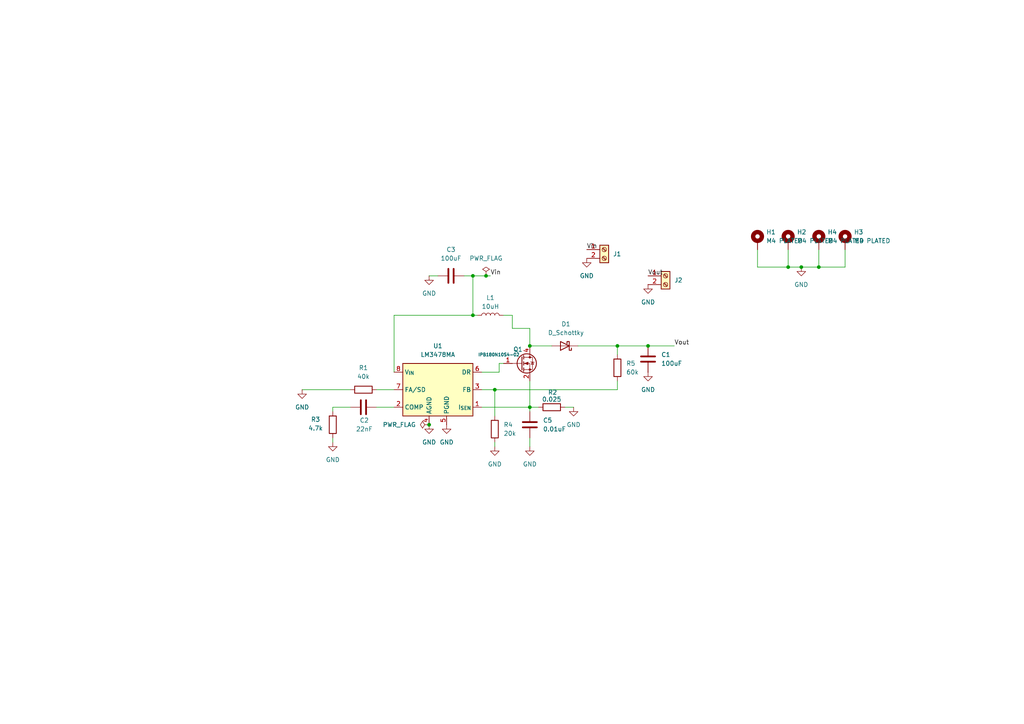
<source format=kicad_sch>
(kicad_sch (version 20250114) (generator "eeschema") (generator_version "9.0")
  (paper "A4")
  (lib_symbols
    (symbol "Device:C" (pin_numbers (hide yes)) (pin_names (offset 0.254))
      (property "Reference" "C" (at 0.635 2.54 0))
      (property "Value" "C" (at 0.635 -2.54 0))
      (symbol "C_0_1"
        (polyline (pts (xy -2.032 0.762) (xy 2.032 0.762)) (stroke (width 0.508)))
        (polyline (pts (xy -2.032 -0.762) (xy 2.032 -0.762)) (stroke (width 0.508)))
      )
      (symbol "C_1_1"
        (pin passive line (at 0 3.81 270) (length 2.794) (name "~") (number "1"))
        (pin passive line (at 0 -3.81 90) (length 2.794) (name "~") (number "2"))
      )
    )
    (symbol "Device:D_Schottky" (pin_numbers (hide yes)) (pin_names (offset 1.016) (hide yes))
      (property "Reference" "D" (at 0 2.54 0))
      (property "Value" "D_Schottky" (at 0 -2.54 0))
      (symbol "D_Schottky_0_1"
        (polyline (pts (xy -1.905 0.635) (xy -1.905 1.27) (xy -1.27 1.27) (xy -1.27 -1.27) (xy -0.635 -1.27) (xy -0.635 -0.635)) (stroke (width 0.254)))
        (polyline (pts (xy 1.27 1.27) (xy 1.27 -1.27) (xy -1.27 0) (xy 1.27 1.27)) (stroke (width 0.254)))
        (polyline (pts (xy 1.27 0) (xy -1.27 0)))
      )
      (symbol "D_Schottky_1_1"
        (pin passive line (at -3.81 0 0) (length 2.54) (name "K") (number "1"))
        (pin passive line (at 3.81 0 180) (length 2.54) (name "A") (number "2"))
      )
    )
    (symbol "Device:L" (pin_numbers (hide yes)) (pin_names (offset 1.016) (hide yes))
      (property "Reference" "L" (at -1.27 0 90))
      (property "Value" "L" (at 1.905 0 90))
      (symbol "L_0_1"
        (arc (start 0 2.54) (mid 0.6323 1.905) (end 0 1.27))
        (arc (start 0 1.27) (mid 0.6323 0.635) (end 0 0))
        (arc (start 0 0) (mid 0.6323 -0.635) (end 0 -1.27))
        (arc (start 0 -1.27) (mid 0.6323 -1.905) (end 0 -2.54))
      )
      (symbol "L_1_1"
        (pin passive line (at 0 3.81 270) (length 1.27) (name "1") (number "1"))
        (pin passive line (at 0 -3.81 90) (length 1.27) (name "2") (number "2"))
      )
    )
    (symbol "Regulator_Controller:LM3478MA"
      (property "Reference" "U" (at -9.525 8.89 0))
      (property "Value" "LM3478MA" (at 5.08 8.89 0))
      (symbol "LM3478MA_0_1"
        (rectangle (start -10.16 7.62) (end 10.16 -7.62) (stroke (width 0.254)) (fill (type background)))
      )
      (symbol "LM3478MA_1_1"
        (pin power_in line (at -12.7 5.08 0) (length 2.54) (name "V_{IN}") (number "8"))
        (pin input line (at -12.7 0 0) (length 2.54) (name "FA/SD") (number "7"))
        (pin input line (at -12.7 -5.08 0) (length 2.54) (name "COMP") (number "2"))
        (pin power_in line (at -2.54 -10.16 90) (length 2.54) (name "AGND") (number "4"))
        (pin power_in line (at 2.54 -10.16 90) (length 2.54) (name "PGND") (number "5"))
        (pin output line (at 12.7 5.08 180) (length 2.54) (name "DR") (number "6"))
        (pin input line (at 12.7 0 180) (length 2.54) (name "FB") (number "3"))
        (pin input line (at 12.7 -5.08 180) (length 2.54) (name "I_{SEN}") (number "1"))
      )
    )
    (symbol "Transistor_FET:IPB180N10S4-02" (pin_names (hide yes))
      (property "Reference" "Q" (at 5.08 1.905 0))
      (property "Value" "IPB180N10S4-02" (at 5.08 0 0))
      (symbol "IPB180N10S4-02_0_1"
        (polyline (pts (xy 0.254 1.905) (xy 0.254 -1.905)) (stroke (width 0.254)))
        (polyline (pts (xy 0.254 0) (xy -2.54 0)))
        (polyline (pts (xy 0.762 2.286) (xy 0.762 1.27)) (stroke (width 0.254)))
        (polyline (pts (xy 0.762 0.508) (xy 0.762 -0.508)) (stroke (width 0.254)))
        (polyline (pts (xy 0.762 -1.27) (xy 0.762 -2.286)) (stroke (width 0.254)))
        (polyline (pts (xy 0.762 -1.778) (xy 3.302 -1.778) (xy 3.302 1.778) (xy 0.762 1.778)))
        (polyline (pts (xy 1.016 0) (xy 2.032 0.381) (xy 2.032 -0.381) (xy 1.016 0)) (fill (type outline)))
        (circle (center 1.651 0) (radius 2.794) (stroke (width 0.254)))
        (polyline (pts (xy 2.54 2.54) (xy 2.54 1.778)))
        (circle (center 2.54 1.778) (radius 0.254) (fill (type outline)))
        (circle (center 2.54 -1.778) (radius 0.254) (fill (type outline)))
        (polyline (pts (xy 2.54 -2.54) (xy 2.54 0) (xy 0.762 0)))
        (polyline (pts (xy 2.794 0.508) (xy 2.921 0.381) (xy 3.683 0.381) (xy 3.81 0.254)))
        (polyline (pts (xy 3.302 0.381) (xy 2.921 -0.254) (xy 3.683 -0.254) (xy 3.302 0.381)))
      )
      (symbol "IPB180N10S4-02_1_1"
        (pin passive line (at -5.08 0 0) (length 2.54) (name "G") (number "1"))
        (pin passive line (at 2.54 5.08 270) (length 2.54) (name "D") (number "4"))
        (pin passive line (at 2.54 -5.08 90) (length 2.54) (name "S") (number "2"))
        (pin passive line (at 2.54 -5.08 90) (length 2.54) (hide yes) (name "S") (number "3"))
        (pin passive line (at 2.54 -5.08 90) (length 2.54) (hide yes) (name "S") (number "5"))
        (pin passive line (at 2.54 -5.08 90) (length 2.54) (hide yes) (name "S") (number "6"))
        (pin passive line (at 2.54 -5.08 90) (length 2.54) (hide yes) (name "S") (number "7"))
      )
    )
    (symbol "power:GND" (power) (pin_numbers (hide yes)) (pin_names (offset 0) (hide yes))
      (property "Value" "GND" (at 0 -3.81 0))
      (symbol "GND_0_1"
        (polyline (pts (xy 0 0) (xy 0 -1.27) (xy 1.27 -1.27) (xy 0 -2.54) (xy -1.27 -1.27) (xy 0 -1.27)))
      )
      (symbol "GND_1_1"
        (pin power_in line (at 0 0 270) (length 0) (name "~") (number "1"))
      )
    )
    (symbol "power:PWR_FLAG" (power) (pin_numbers (hide yes)) (pin_names (offset 0) (hide yes))
      (property "Value" "PWR_FLAG" (at 0 3.81 0))
      (symbol "PWR_FLAG_0_0"
        (pin power_out line (at 0 0 90) (length 0) (name "~") (number "1"))
      )
      (symbol "PWR_FLAG_0_1"
        (polyline (pts (xy 0 0) (xy 0 1.27) (xy -1.016 1.905) (xy 0 2.54) (xy 1.016 1.905) (xy 0 1.27)))
      )
    )
    (symbol "rsx_Capacitors:1u" (pin_numbers (hide yes)) (pin_names (offset 0.254))
      (property "Reference" "C" (at 0.635 2.54 0))
      (property "Value" "1u" (at 0.635 -2.54 0))
      (symbol "1u_0_1"
        (polyline (pts (xy -2.032 0.762) (xy 2.032 0.762)) (stroke (width 0.508)))
        (polyline (pts (xy -2.032 -0.762) (xy 2.032 -0.762)) (stroke (width 0.508)))
      )
      (symbol "1u_1_1"
        (pin passive line (at 0 3.81 270) (length 2.794) (name "~") (number "1"))
        (pin passive line (at 0 -3.81 90) (length 2.794) (name "~") (number "2"))
      )
    )
    (symbol "rsx_Resistors:0R00 1/10W" (pin_numbers (hide yes)) (pin_names (offset 0))
      (property "Reference" "R" (at 2.032 0 90))
      (property "Value" "0R00 1{slash}10W" (at 0 0 90))
      (symbol "0R00 1/10W_0_1"
        (rectangle (start -1.016 -2.54) (end 1.016 2.54) (stroke (width 0.254)))
      )
      (symbol "0R00 1/10W_1_1"
        (pin passive line (at 0 3.81 270) (length 1.27) (name "~") (number "1"))
        (pin passive line (at 0 -3.81 90) (length 1.27) (name "~") (number "2"))
      )
    )
    (symbol "rsx_header_screw:Screw_Terminal_2x5.08" (pin_names (offset 1.016) (hide yes))
      (property "Reference" "J" (at 0 2.54 0))
      (symbol "Screw_Terminal_2x5.08_1_1"
        (rectangle (start -1.27 1.27) (end 1.27 -3.81) (stroke (width 0.254)) (fill (type background)))
        (polyline (pts (xy -0.5334 0.3302) (xy 0.3302 -0.508)) (stroke (width 0.1524)))
        (polyline (pts (xy -0.5334 -2.2098) (xy 0.3302 -3.048)) (stroke (width 0.1524)))
        (polyline (pts (xy -0.3556 0.508) (xy 0.508 -0.3302)) (stroke (width 0.1524)))
        (polyline (pts (xy -0.3556 -2.032) (xy 0.508 -2.8702)) (stroke (width 0.1524)))
        (circle (center 0 0) (radius 0.635) (stroke (width 0.1524)))
        (circle (center 0 -2.54) (radius 0.635) (stroke (width 0.1524)))
        (pin passive line (at -5.08 0 0) (length 3.81) (name "Pin_1") (number "1"))
        (pin passive line (at -5.08 -2.54 0) (length 3.81) (name "Pin_2") (number "2"))
      )
    )
    (symbol "rsx_misc:M4 PLATED" (pin_numbers (hide yes)) (pin_names (offset 1.016) (hide yes)) (in_bom no)
      (property "Reference" "H" (at 0 6.35 0))
      (property "Value" "M4 PLATED" (at 0 4.445 0))
      (symbol "M4 PLATED_0_1"
        (circle (center 0 1.27) (radius 1.27) (stroke (width 1.27)))
      )
      (symbol "M4 PLATED_1_1"
        (pin input line (at 0 -2.54 90) (length 2.54) (name "1") (number "1"))
      )
    )
  )
  (junction (at 187.96 100.33))
  (junction (at 153.67 118.11))
  (junction (at 143.51 113.03))
  (junction (at 140.97 80.01))
  (junction (at 124.46 123.19))
  (junction (at 137.16 80.01))
  (junction (at 179.07 100.33))
  (junction (at 137.16 91.44))
  (junction (at 237.49 77.47))
  (junction (at 232.41 77.47))
  (junction (at 153.67 100.33))
  (junction (at 228.6 77.47))
  (wire (pts (xy 140.97 80.01) (xy 142.24 80.01)))
  (wire (pts (xy 153.67 118.11) (xy 153.67 119.38)))
  (wire (pts (xy 137.16 80.01) (xy 134.62 80.01)))
  (wire (pts (xy 228.6 72.39) (xy 228.6 77.47)))
  (wire (pts (xy 144.78 105.41) (xy 146.05 105.41)))
  (wire (pts (xy 167.64 100.33) (xy 179.07 100.33)))
  (wire (pts (xy 139.7 118.11) (xy 153.67 118.11)))
  (wire (pts (xy 163.83 118.11) (xy 166.37 118.11)))
  (wire (pts (xy 114.3 91.44) (xy 137.16 91.44)))
  (wire (pts (xy 153.67 127) (xy 153.67 129.54)))
  (wire (pts (xy 153.67 118.11) (xy 153.67 110.49)))
  (wire (pts (xy 153.67 100.33) (xy 160.02 100.33)))
  (wire (pts (xy 96.52 127) (xy 96.52 128.27)))
  (wire (pts (xy 143.51 128.27) (xy 143.51 129.54)))
  (wire (pts (xy 179.07 100.33) (xy 179.07 102.87)))
  (wire (pts (xy 124.46 80.01) (xy 127 80.01)))
  (wire (pts (xy 137.16 80.01) (xy 137.16 91.44)))
  (wire (pts (xy 137.16 80.01) (xy 140.97 80.01)))
  (wire (pts (xy 228.6 77.47) (xy 232.41 77.47)))
  (wire (pts (xy 143.51 113.03) (xy 179.07 113.03)))
  (wire (pts (xy 237.49 77.47) (xy 245.11 77.47)))
  (wire (pts (xy 144.78 105.41) (xy 144.78 107.95)))
  (wire (pts (xy 143.51 113.03) (xy 143.51 120.65)))
  (wire (pts (xy 187.96 100.33) (xy 195.58 100.33)))
  (wire (pts (xy 87.63 113.03) (xy 101.6 113.03)))
  (wire (pts (xy 96.52 118.11) (xy 101.6 118.11)))
  (wire (pts (xy 109.22 118.11) (xy 114.3 118.11)))
  (wire (pts (xy 114.3 107.95) (xy 114.3 91.44)))
  (wire (pts (xy 143.51 113.03) (xy 139.7 113.03)))
  (wire (pts (xy 109.22 113.03) (xy 114.3 113.03)))
  (wire (pts (xy 237.49 72.39) (xy 237.49 77.47)))
  (wire (pts (xy 146.05 91.44) (xy 148.59 91.44)))
  (wire (pts (xy 148.59 91.44) (xy 148.59 95.25)))
  (wire (pts (xy 153.67 100.33) (xy 153.67 95.25)))
  (wire (pts (xy 245.11 77.47) (xy 245.11 72.39)))
  (wire (pts (xy 232.41 77.47) (xy 237.49 77.47)))
  (wire (pts (xy 179.07 100.33) (xy 187.96 100.33)))
  (wire (pts (xy 148.59 95.25) (xy 153.67 95.25)))
  (wire (pts (xy 179.07 113.03) (xy 179.07 110.49)))
  (wire (pts (xy 137.16 91.44) (xy 138.43 91.44)))
  (wire (pts (xy 153.67 118.11) (xy 156.21 118.11)))
  (wire (pts (xy 96.52 118.11) (xy 96.52 119.38)))
  (wire (pts (xy 144.78 107.95) (xy 139.7 107.95)))
  (wire (pts (xy 219.71 77.47) (xy 228.6 77.47)))
  (wire (pts (xy 219.71 72.39) (xy 219.71 77.47)))
  (label "Vout" (at 187.96 80.01 0))
  (label "Vin" (at 142.24 80.01 0))
  (label "Vin" (at 170.18 72.39 0))
  (label "Vout" (at 195.58 100.33 0))
  (symbol (lib_id "power:GND") (at 87.63 113.03 0) (unit 1)
    (property "Reference" "#PWR04" (effects (hide yes)))
    (property "Value" "GND" (at 87.63 118.11 0))
    (property "Description" "Power symbol creates a global label with name \"GND\" , ground" (effects (hide yes)))
  )
  (symbol (lib_id "rsx_header_screw:Screw_Terminal_2x5.08") (at 193.04 80.01 0) (unit 1)
    (property "Reference" "J2" (at 195.58 81.2799 0) (effects (justify left)))
    (property "Value" "Screw_Terminal_2x5.08" (effects (hide yes)))
    (property "Footprint" "rsx_headers_screw:Molex_0398800302" (effects (hide yes)))
    (property "Description" "TERM BLK 2P SIDE ENT 5.08MM PCB" (effects (hide yes)))
    (property "MFR" "Molex" (effects (hide yes)))
    (property "DPN" "WM4393-ND" (effects (hide yes)))
    (property "MPN" "398800302" (effects (hide yes)))
  )
  (symbol (lib_id "power:PWR_FLAG") (at 140.97 80.01 0) (unit 1)
    (property "Reference" "#FLG02" (effects (hide yes)))
    (property "Value" "PWR_FLAG" (at 140.97 74.93 0))
    (property "Description" "Special symbol for telling ERC where power comes from" (effects (hide yes)))
  )
  (symbol (lib_id "rsx_Capacitors:1u") (at 105.41 118.11 90) (unit 1)
    (property "Reference" "C2" (at 105.664 121.92 90))
    (property "Value" "22nF" (at 105.664 124.46 90))
    (property "Footprint" "rsx_capacitors:C_0805_2012Metric" (effects (hide yes)))
    (property "Description" "CAP CER 1UF 50V X7R 0805" (effects (hide yes)))
    (property "MFR" "Samsung Electro-Mechanics" (effects (hide yes)))
    (property "DPN" "1276-1029-1-ND" (effects (hide yes)))
    (property "MPN" "CL21B105KBFNNNE" (effects (hide yes)))
  )
  (symbol (lib_id "power:GND") (at 153.67 129.54 0) (unit 1)
    (property "Reference" "#PWR03" (effects (hide yes)))
    (property "Value" "GND" (at 153.67 134.62 0))
    (property "Description" "Power symbol creates a global label with name \"GND\" , ground" (effects (hide yes)))
  )
  (symbol (lib_id "Device:L") (at 142.24 91.44 90) (unit 1)
    (property "Reference" "L1" (at 142.24 86.36 90))
    (property "Value" "10uH" (at 142.24 88.9 90))
    (property "Footprint" "Inductor_SMD:L_Coilcraft_MSS1260H-XXX" (effects (hide yes)))
    (property "Description" "Inductor" (effects (hide yes)))
  )
  (symbol (lib_id "rsx_Resistors:0R00 1/10W") (at 96.52 123.19 0) (unit 1)
    (property "Reference" "R3" (at 90.17 121.666 0) (effects (justify left)))
    (property "Value" "4.7k" (at 89.408 124.206 0) (effects (justify left)))
    (property "Footprint" "rsx_resistors:R_0805_2012Metric" (effects (hide yes)))
    (property "Description" "RES 0 OHM JUMPER 1/10W 0603" (effects (hide yes)))
    (property "MFR" "Stackpole Electronics Inc" (effects (hide yes)))
    (property "DPN" "RMCF0603ZT0R00CT-ND" (effects (hide yes)))
    (property "MPN" "RMCF0603ZT0R00" (effects (hide yes)))
  )
  (symbol (lib_id "power:GND") (at 96.52 128.27 0) (unit 1)
    (property "Reference" "#PWR06" (effects (hide yes)))
    (property "Value" "GND" (at 96.52 133.35 0))
    (property "Description" "Power symbol creates a global label with name \"GND\" , ground" (effects (hide yes)))
  )
  (symbol (lib_id "power:GND") (at 187.96 82.55 0) (unit 1)
    (property "Reference" "#PWR010" (effects (hide yes)))
    (property "Value" "GND" (at 187.96 87.63 0))
    (property "Description" "Power symbol creates a global label with name \"GND\" , ground" (effects (hide yes)))
  )
  (symbol (lib_id "Device:D_Schottky") (at 163.83 100.33 180) (unit 1)
    (property "Reference" "D1" (at 164.1475 93.98 0))
    (property "Value" "D_Schottky" (at 164.1475 96.52 0))
    (property "Footprint" "Diode_SMD:D_SMA" (effects (hide yes)))
    (property "Description" "Schottky diode" (effects (hide yes)))
  )
  (symbol (lib_id "rsx_misc:M4 PLATED") (at 219.71 69.85 0) (unit 1) (in_bom no)
    (property "Reference" "H1" (at 222.25 67.3099 0) (effects (justify left)))
    (property "Value" "M4 PLATED" (at 222.25 69.8499 0) (effects (justify left)))
    (property "Footprint" "rsx_misc:MountingHole_4.5mm_Pad_Via" (effects (hide yes)))
    (property "Description" "Mounting Hole with connection M4" (effects (hide yes)))
  )
  (symbol (lib_id "rsx_Capacitors:1u") (at 153.67 123.19 0) (unit 1)
    (property "Reference" "C5" (at 157.48 121.9199 0) (effects (justify left)))
    (property "Value" "0.01uF" (at 157.48 124.4599 0) (effects (justify left)))
    (property "Footprint" "rsx_capacitors:C_0805_2012Metric" (effects (hide yes)))
    (property "Description" "CAP CER 1UF 50V X7R 0805" (effects (hide yes)))
    (property "MFR" "Samsung Electro-Mechanics" (effects (hide yes)))
    (property "DPN" "1276-1029-1-ND" (effects (hide yes)))
    (property "MPN" "CL21B105KBFNNNE" (effects (hide yes)))
  )
  (symbol (lib_id "rsx_Resistors:0R00 1/10W") (at 105.41 113.03 90) (unit 1)
    (property "Reference" "R1" (at 105.41 106.68 90))
    (property "Value" "40k" (at 105.41 109.22 90))
    (property "Footprint" "rsx_resistors:R_0805_2012Metric" (effects (hide yes)))
    (property "Description" "RES 0 OHM JUMPER 1/10W 0603" (effects (hide yes)))
    (property "MFR" "Stackpole Electronics Inc" (effects (hide yes)))
    (property "DPN" "RMCF0603ZT0R00CT-ND" (effects (hide yes)))
    (property "MPN" "RMCF0603ZT0R00" (effects (hide yes)))
  )
  (symbol (lib_id "Transistor_FET:IPB180N10S4-02") (at 151.13 105.41 0) (unit 1)
    (property "Reference" "Q1" (at 148.844 101.346 0) (effects (justify left)))
    (property "Value" "IPB180N10S4-02" (at 138.684 102.87 0) (effects (font (size 0.889 0.889)) (justify left)))
    (property "Footprint" "Package_TO_SOT_SMD:TO-263-6" (effects (hide yes)))
    (property "Datasheet" "https://www.infineon.com/dgdl/Infineon-IPB180N10S4_02-DS-v01_00-en.pdf?fileId=db3a30433d1d0bbe013d2129cf8a2f88" (effects (hide yes)))
    (property "Description" "180A Id, 100V Vds, OptiMOS-T2 N-Channel Power MOSFET, 2.5mOhm Ron, Qg (typ) 156nC, TO-263-6" (effects (hide yes)))
  )
  (symbol (lib_id "Device:C") (at 130.81 80.01 90) (unit 1)
    (property "Reference" "C3" (at 130.81 72.39 90))
    (property "Value" "100uF" (at 130.81 74.93 90))
    (property "Footprint" "Capacitor_SMD:C_Elec_10x10.2" (effects (hide yes)))
    (property "Description" "Unpolarized capacitor" (effects (hide yes)))
  )
  (symbol (lib_id "rsx_misc:M4 PLATED") (at 228.6 69.85 0) (unit 1) (in_bom no)
    (property "Reference" "H2" (at 231.14 67.3099 0) (effects (justify left)))
    (property "Value" "M4 PLATED" (at 231.14 69.8499 0) (effects (justify left)))
    (property "Footprint" "rsx_misc:MountingHole_4.5mm_Pad_Via" (effects (hide yes)))
    (property "Description" "Mounting Hole with connection M4" (effects (hide yes)))
  )
  (symbol (lib_id "rsx_Resistors:0R00 1/10W") (at 179.07 106.68 0) (unit 1)
    (property "Reference" "R5" (at 181.61 105.4099 0) (effects (justify left)))
    (property "Value" "60k" (at 181.61 107.9499 0) (effects (justify left)))
    (property "Footprint" "rsx_resistors:R_0805_2012Metric" (effects (hide yes)))
    (property "Description" "RES 0 OHM JUMPER 1/10W 0603" (effects (hide yes)))
    (property "MFR" "Stackpole Electronics Inc" (effects (hide yes)))
    (property "DPN" "RMCF0603ZT0R00CT-ND" (effects (hide yes)))
    (property "MPN" "RMCF0603ZT0R00" (effects (hide yes)))
  )
  (symbol (lib_id "power:GND") (at 187.96 107.95 0) (unit 1)
    (property "Reference" "#PWR09" (effects (hide yes)))
    (property "Value" "GND" (at 187.96 113.03 0))
    (property "Description" "Power symbol creates a global label with name \"GND\" , ground" (effects (hide yes)))
  )
  (symbol (lib_id "power:GND") (at 124.46 123.19 0) (unit 1)
    (property "Reference" "#PWR01" (effects (hide yes)))
    (property "Value" "GND" (at 124.46 128.27 0))
    (property "Description" "Power symbol creates a global label with name \"GND\" , ground" (effects (hide yes)))
  )
  (symbol (lib_id "power:GND") (at 124.46 80.01 0) (unit 1)
    (property "Reference" "#PWR08" (effects (hide yes)))
    (property "Value" "GND" (at 124.46 85.09 0))
    (property "Description" "Power symbol creates a global label with name \"GND\" , ground" (effects (hide yes)))
  )
  (symbol (lib_id "power:GND") (at 143.51 129.54 0) (unit 1)
    (property "Reference" "#PWR07" (effects (hide yes)))
    (property "Value" "GND" (at 143.51 134.62 0))
    (property "Description" "Power symbol creates a global label with name \"GND\" , ground" (effects (hide yes)))
  )
  (symbol (lib_id "rsx_header_screw:Screw_Terminal_2x5.08") (at 175.26 72.39 0) (unit 1)
    (property "Reference" "J1" (at 177.8 73.6599 0) (effects (justify left)))
    (property "Value" "Screw_Terminal_2x5.08" (effects (hide yes)))
    (property "Footprint" "rsx_headers_screw:Molex_0398800302" (effects (hide yes)))
    (property "Description" "TERM BLK 2P SIDE ENT 5.08MM PCB" (effects (hide yes)))
    (property "MFR" "Molex" (effects (hide yes)))
    (property "DPN" "WM4393-ND" (effects (hide yes)))
    (property "MPN" "398800302" (effects (hide yes)))
  )
  (symbol (lib_id "rsx_misc:M4 PLATED") (at 245.11 69.85 0) (unit 1) (in_bom no)
    (property "Reference" "H3" (at 247.65 67.3099 0) (effects (justify left)))
    (property "Value" "M4 PLATED" (at 247.65 69.8499 0) (effects (justify left)))
    (property "Footprint" "rsx_misc:MountingHole_4.5mm_Pad_Via" (effects (hide yes)))
    (property "Description" "Mounting Hole with connection M4" (effects (hide yes)))
  )
  (symbol (lib_id "Device:C") (at 187.96 104.14 0) (unit 1)
    (property "Reference" "C1" (at 191.77 102.8699 0) (effects (justify left)))
    (property "Value" "100uF" (at 191.77 105.4099 0) (effects (justify left)))
    (property "Footprint" "Capacitor_SMD:C_Elec_10x10.2" (effects (hide yes)))
    (property "Description" "Unpolarized capacitor" (effects (hide yes)))
  )
  (symbol (lib_id "power:GND") (at 129.54 123.19 0) (unit 1)
    (property "Reference" "#PWR02" (effects (hide yes)))
    (property "Value" "GND" (at 129.54 128.27 0))
    (property "Description" "Power symbol creates a global label with name \"GND\" , ground" (effects (hide yes)))
  )
  (symbol (lib_id "rsx_misc:M4 PLATED") (at 237.49 69.85 0) (unit 1) (in_bom no)
    (property "Reference" "H4" (at 240.03 67.3099 0) (effects (justify left)))
    (property "Value" "M4 PLATED" (at 240.03 69.8499 0) (effects (justify left)))
    (property "Footprint" "rsx_misc:MountingHole_4.5mm_Pad_Via" (effects (hide yes)))
    (property "Description" "Mounting Hole with connection M4" (effects (hide yes)))
  )
  (symbol (lib_id "rsx_Resistors:0R00 1/10W") (at 143.51 124.46 0) (unit 1)
    (property "Reference" "R4" (at 146.05 123.1899 0) (effects (justify left)))
    (property "Value" "20k" (at 146.05 125.7299 0) (effects (justify left)))
    (property "Footprint" "rsx_resistors:R_0805_2012Metric" (effects (hide yes)))
    (property "Description" "RES 0 OHM JUMPER 1/10W 0603" (effects (hide yes)))
    (property "MFR" "Stackpole Electronics Inc" (effects (hide yes)))
    (property "DPN" "RMCF0603ZT0R00CT-ND" (effects (hide yes)))
    (property "MPN" "RMCF0603ZT0R00" (effects (hide yes)))
  )
  (symbol (lib_id "power:GND") (at 166.37 118.11 0) (unit 1)
    (property "Reference" "#PWR05" (effects (hide yes)))
    (property "Value" "GND" (at 166.37 123.19 0))
    (property "Description" "Power symbol creates a global label with name \"GND\" , ground" (effects (hide yes)))
  )
  (symbol (lib_id "rsx_Resistors:0R00 1/10W") (at 160.02 118.11 90) (unit 1)
    (property "Reference" "R2" (at 160.274 113.792 90))
    (property "Value" "0.025" (at 160.02 115.824 90))
    (property "Footprint" "rsx_resistors:R_0805_2012Metric" (effects (hide yes)))
    (property "Description" "RES 0 OHM JUMPER 1/10W 0603" (effects (hide yes)))
    (property "MFR" "Stackpole Electronics Inc" (effects (hide yes)))
    (property "DPN" "RMCF0603ZT0R00CT-ND" (effects (hide yes)))
    (property "MPN" "RMCF0603ZT0R00" (effects (hide yes)))
  )
  (symbol (lib_id "power:GND") (at 170.18 74.93 0) (unit 1)
    (property "Reference" "#PWR011" (effects (hide yes)))
    (property "Value" "GND" (at 170.18 80.01 0))
    (property "Description" "Power symbol creates a global label with name \"GND\" , ground" (effects (hide yes)))
  )
  (symbol (lib_id "power:PWR_FLAG") (at 124.46 123.19 90) (unit 1)
    (property "Reference" "#FLG01" (effects (hide yes)))
    (property "Value" "PWR_FLAG" (at 120.65 123.1899 90) (effects (justify left)))
    (property "Description" "Special symbol for telling ERC where power comes from" (effects (hide yes)))
  )
  (symbol (lib_id "power:GND") (at 232.41 77.47 0) (unit 1)
    (property "Reference" "#PWR012" (effects (hide yes)))
    (property "Value" "GND" (at 232.41 82.55 0))
    (property "Description" "Power symbol creates a global label with name \"GND\" , ground" (effects (hide yes)))
  )
  (symbol (lib_id "Regulator_Controller:LM3478MA") (at 127 113.03 0) (unit 1)
    (property "Reference" "U1" (at 127 100.33 0))
    (property "Value" "LM3478MA" (at 127 102.87 0))
    (property "Footprint" "Package_SO:SOIC-8_3.9x4.9mm_P1.27mm" (effects (hide yes)))
    (property "Datasheet" "https://www.ti.com/lit/gpn/lm3478" (effects (hide yes)))
    (property "Description" "2.97~40V Wide Input Range Boost/SEPIC/Flyback DC-DC Controller, SOIC-8" (effects (hide yes)))
  )
)
</source>
